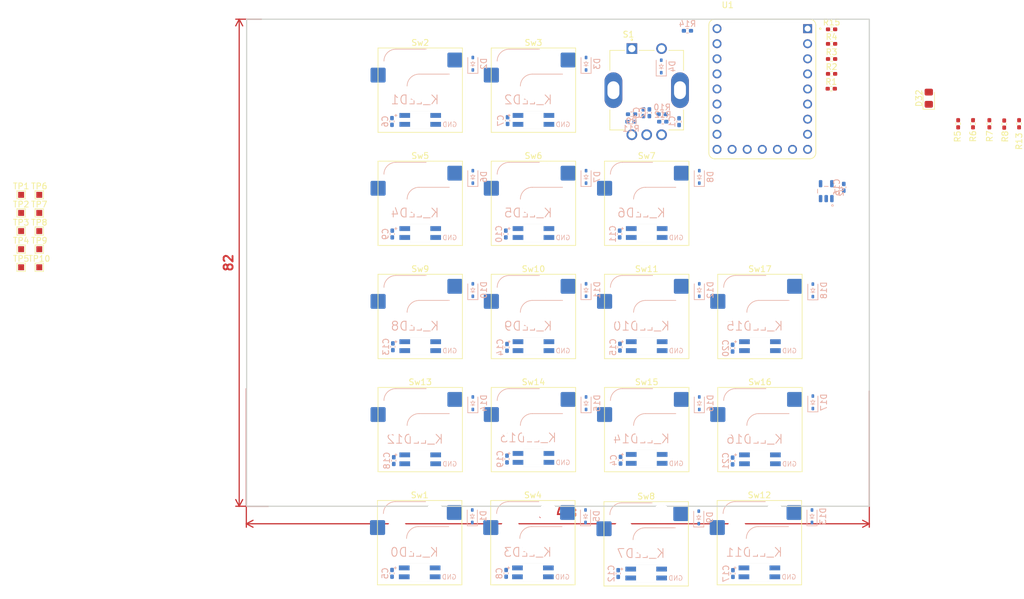
<source format=kicad_pcb>
(kicad_pcb (version 20241229) (generator "pcbnew") (generator_version "9.0")
  (layers (0 "F.Cu" signal) (2 "B.Cu" signal) (13 "F.Paste" user) (15 "B.Paste" user) (5 "F.SilkS" user "F.Silkscreen") (7 "B.SilkS" user "B.Silkscreen") (1 "F.Mask" user) (3 "B.Mask" user) (25 "Edge.Cuts" user))
  (net 0 "")
  (net 1 "GND")
  (net 2 "/ROW3")
  (net 3 "/ENC_B")
  (net 4 "/ENC_A")
  (net 5 "+5V")
  (net 6 "Net-(D1-A)")
  (net 7 "/ROW0")
  (net 8 "Net-(D2-A)")
  (net 9 "/ROW1")
  (net 10 "/ROW2")
  (net 11 "Net-(D3-A)")
  (net 12 "Net-(D13-A)")
  (net 13 "/COL3")
  (net 14 "Net-(D5-A)")
  (net 15 "Net-(D6-A)")
  (net 16 "Net-(D7-A)")
  (net 17 "Net-(D8-A)")
  (net 18 "Net-(D9-A)")
  (net 19 "Net-(D10-A)")
  (net 20 "Net-(D11-A)")
  (net 21 "Net-(D12-A)")
  (net 22 "/ENC_SW")
  (net 23 "Net-(D14-A)")
  (net 24 "Net-(D15-A)")
  (net 25 "Net-(D16-A)")
  (net 26 "/LED1_IN")
  (net 27 "/LED0_IN")
  (net 28 "/LED2_IN")
  (net 29 "/LED_3IN")
  (net 30 "/LED4_IN")
  (net 31 "/LED5_IN")
  (net 32 "/LED6_IN")
  (net 33 "/LED7_IN")
  (net 34 "/LED8_IN")
  (net 35 "/LED9_IN")
  (net 36 "/LED10_IN")
  (net 37 "/LED11_IN")
  (net 38 "/LED12_IN")
  (net 39 "/LED13_IN")
  (net 40 "/LED14_IN")
  (net 41 "Net-(D32-A)")
  (net 42 "Net-(U1-GP3)")
  (net 43 "/COL0")
  (net 44 "Net-(U1-GP2)")
  (net 45 "/COL1")
  (net 46 "/COL2")
  (net 47 "Net-(U1-GP1)")
  (net 48 "Net-(U1-GP0)")
  (net 49 "Net-(U1-GP10)")
  (net 50 "Net-(U1-GP11)")
  (net 51 "Net-(U1-GP12)")
  (net 52 "Net-(U1-GP13)")
  (net 53 "Net-(S1-CHANNEL_A)")
  (net 54 "Net-(S1-CHANNEL_B)")
  (net 55 "Net-(U1-GP14)")
  (net 56 "/LED_BUFF")
  (net 62 "+3V3")
  (net 64 "Net-(D17-A)")
  (net 67 "Net-(D18-A)")
  (net 68 "Net-(U1-GP4)")
  (net 69 "/COL4")
  (net 70 "Net-(K_LED14-DOUT)")
  (footprint "Resistor_SMD:R_0402_1005Metric_Pad0.72x0.64mm_HandSolder" (layer "F.Cu") (at 221.445 81.655 -90)
    (property "Reference" "R6")
    (property "Value" "27")
  )
  (footprint "Numpad:XDCR_PEC12R-4120F-S0012" (layer "F.Cu") (at 166.55 76)
    (property "Reference" "S1")
    (property "Value" "PEC12R-4120F-S0012")
  )
  (footprint "TestPoint:TestPoint_Pad_1.0x1.0mm" (layer "F.Cu") (at 64.3625 102.77)
    (property "Reference" "TP9")
    (property "Value" "TestPoint")
  )
  (footprint "PCM_Switch_Keyboard_Hotswap_Kailh:SW_Hotswap_Kailh_MX" (layer "F.Cu") (at 166.55 133.15)
    (property "Reference" "Sw15")
    (property "Value" "~")
  )
  (footprint "PCM_Switch_Keyboard_Hotswap_Kailh:SW_Hotswap_Kailh_MX" (layer "F.Cu") (at 185.6 114.1)
    (property "Reference" "Sw17")
    (property "Value" "~")
  )
  (footprint "PCM_Switch_Keyboard_Hotswap_Kailh:SW_Hotswap_Kailh_MX" (layer "F.Cu") (at 147.5 95.05)
    (property "Reference" "Sw6")
    (property "Value" "~")
  )
  (footprint "PCM_Switch_Keyboard_Hotswap_Kailh:SW_Hotswap_Kailh_MX" (layer "F.Cu") (at 147.5 133.15)
    (property "Reference" "Sw14")
    (property "Value" "~")
  )
  (footprint "Numpad:MODULE_RP2040-ZERO" (layer "F.Cu") (at 186 75.8)
    (property "Reference" "U1")
    (property "Value" "RP2040-ZERO")
  )
  (footprint "PCM_Switch_Keyboard_Hotswap_Kailh:SW_Hotswap_Kailh_MX" (layer "F.Cu") (at 185.6 133.15)
    (property "Reference" "Sw16")
    (property "Value" "~")
  )
  (footprint "PCM_Switch_Keyboard_Hotswap_Kailh:SW_Hotswap_Kailh_MX" (layer "F.Cu") (at 128.45 114.1)
    (property "Reference" "Sw9")
    (property "Value" "~")
  )
  (footprint "Resistor_SMD:R_0402_1005Metric_Pad0.72x0.64mm_HandSolder" (layer "F.Cu") (at 226.695 81.71 -90)
    (property "Reference" "R8")
    (property "Value" "27")
  )
  (footprint "TestPoint:TestPoint_Pad_1.0x1.0mm" (layer "F.Cu") (at 64.3625 99.72)
    (property "Reference" "TP8")
    (property "Value" "TestPoint")
  )
  (footprint "PCM_Switch_Keyboard_Hotswap_Kailh:SW_Hotswap_Kailh_MX" (layer "F.Cu") (at 147.5 114.1)
    (property "Reference" "Sw10")
    (property "Value" "~")
  )
  (footprint "TestPoint:TestPoint_Pad_1.0x1.0mm" (layer "F.Cu") (at 61.3125 96.67)
    (property "Reference" "TP2")
    (property "Value" "TestPoint")
  )
  (footprint "PCM_Switch_Keyboard_Hotswap_Kailh:SW_Hotswap_Kailh_MX" (layer "F.Cu") (at 147.408 152.18)
    (property "Reference" "Sw4")
    (property "Value" "~")
  )
  (footprint "PCM_Switch_Keyboard_Hotswap_Kailh:SW_Hotswap_Kailh_MX" (layer "F.Cu") (at 128.45 76)
    (property "Reference" "Sw2")
    (property "Value" "~")
  )
  (footprint "PCM_Switch_Keyboard_Hotswap_Kailh:SW_Hotswap_Kailh_MX" (layer "F.Cu") (at 166.55 114.1)
    (property "Reference" "Sw11")
    (property "Value" "~")
  )
  (footprint "TestPoint:TestPoint_Pad_1.0x1.0mm" (layer "F.Cu") (at 61.3125 102.77)
    (property "Reference" "TP4")
    (property "Value" "TestPoint")
  )
  (footprint "TestPoint:TestPoint_Pad_1.0x1.0mm" (layer "F.Cu") (at 64.3625 96.67)
    (property "Reference" "TP7")
    (property "Value" "TestPoint")
  )
  (footprint "Resistor_SMD:R_0402_1005Metric_Pad0.72x0.64mm_HandSolder" (layer "F.Cu") (at 197.6525 73.25)
    (property "Reference" "R2")
    (property "Value" "27")
  )
  (footprint "TestPoint:TestPoint_Pad_1.0x1.0mm" (layer "F.Cu") (at 64.3625 93.62)
    (property "Reference" "TP6")
    (property "Value" "TestPoint")
  )
  (footprint "TestPoint:TestPoint_Pad_1.0x1.0mm" (layer "F.Cu") (at 61.3125 93.62)
    (property "Reference" "TP1")
    (property "Value" "TestPoint")
  )
  (footprint "PCM_Switch_Keyboard_Hotswap_Kailh:SW_Hotswap_Kailh_MX" (layer "F.Cu") (at 128.45 95.05)
    (property "Reference" "Sw5")
    (property "Value" "~")
  )
  (footprint "TestPoint:TestPoint_Pad_1.0x1.0mm" (layer "F.Cu") (at 64.3625 105.82)
    (property "Reference" "TP10")
    (property "Value" "TestPoint")
  )
  (footprint "PCM_Switch_Keyboard_Hotswap_Kailh:SW_Hotswap_Kailh_MX" (layer "F.Cu") (at 128.45 133.15)
    (property "Reference" "Sw13")
    (property "Value" "~")
  )
  (footprint "Resistor_SMD:R_0402_1005Metric_Pad0.72x0.64mm_HandSolder" (layer "F.Cu") (at 197.6525 65.75)
    (property "Reference" "R15")
    (property "Value" "27")
  )
  (footprint "Resistor_SMD:R_0402_1005Metric_Pad0.72x0.64mm_HandSolder" (layer "F.Cu") (at 197.6525 68.2)
    (property "Reference" "R4")
    (property "Value" "27")
  )
  (footprint "PCM_Switch_Keyboard_Hotswap_Kailh:SW_Hotswap_Kailh_MX" (layer "F.Cu") (at 166.55 95.05)
    (property "Reference" "Sw7")
    (property "Value" "~")
  )
  (footprint "LED_SMD:LED_0805_2012Metric_Pad1.15x1.40mm_HandSolder" (layer "F.Cu") (at 214.0025 77.35 90)
    (property "Reference" "D32")
    (property "Value" "LED")
  )
  (footprint "Resistor_SMD:R_0402_1005Metric_Pad0.72x0.64mm_HandSolder" (layer "F.Cu") (at 197.6525 70.75)
    (property "Reference" "R3")
    (property "Value" "27")
  )
  (footprint "PCM_Switch_Keyboard_Hotswap_Kailh:SW_Hotswap_Kailh_MX" (layer "F.Cu") (at 147.5 76)
    (property "Reference" "Sw3")
    (property "Value" "~")
  )
  (footprint "TestPoint:TestPoint_Pad_1.0x1.0mm" (layer "F.Cu") (at 61.3125 105.82)
    (property "Reference" "TP5")
    (property "Value" "TestPoint")
  )
  (footprint "PCM_Switch_Keyboard_Hotswap_Kailh:SW_Hotswap_Kailh_MX" (layer "F.Cu") (at 166.458 152.38)
    (property "Reference" "Sw8")
    (property "Value" "~")
  )
  (footprint "PCM_Switch_Keyboard_Hotswap_Kailh:SW_Hotswap_Kailh_MX" (layer "F.Cu") (at 128.358 152.18)
    (property "Reference" "Sw1")
    (property "Value" "~")
  )
  (footprint "Resistor_SMD:R_0402_1005Metric_Pad0.72x0.64mm_HandSolder" (layer "F.Cu") (at 218.945 81.655 -90)
    (property "Reference" "R5")
    (property "Value" "27")
  )
  (footprint "PCM_Switch_Keyboard_Hotswap_Kailh:SW_Hotswap_Kailh_MX" (layer "F.Cu") (at 185.508 152.18)
    (property "Reference" "Sw12")
    (property "Value" "~")
  )
  (footprint "Resistor_SMD:R_0402_1005Metric_Pad0.72x0.64mm_HandSolder" (layer "F.Cu") (at 197.5975 75.75)
    (property "Reference" "R1")
    (property "Value" "27")
  )
  (footprint "Resistor_SMD:R_0402_1005Metric_Pad0.72x0.64mm_HandSolder" (layer "F.Cu") (at 224.195 81.655 -90)
    (property "Reference" "R7")
    (property "Value" "27")
  )
  (footprint "TestPoint:TestPoint_Pad_1.0x1.0mm" (layer "F.Cu") (at 61.3125 99.72)
    (property "Reference" "TP3")
    (property "Value" "TestPoint")
  )
  (footprint "Resistor_SMD:R_0402_1005Metric_Pad0.72x0.64mm_HandSolder" (layer "F.Cu") (at 229.195 81.655 -90)
    (property "Reference" "R13")
    (property "Value" "27")
  )
  (footprint "Capacitor_SMD:C_0402_1005Metric_Pad0.74x0.62mm_HandSolder" (layer "B.Cu") (at 162 100.2175 -90)
    (property "Reference" "C11")
    (property "Value" "100nF")
  )
  (footprint "Numpad:D_SOD-323" (layer "B.Cu") (at 194.358 147.73 90)
    (property "Reference" "D13")
    (property "Value" "1N4148WS")
  )
  (footprint "Capacitor_SMD:C_0402_1005Metric_Pad0.74x0.62mm_HandSolder" (layer "B.Cu") (at 181 138.4325 -90)
    (property "Reference" "C21")
    (property "Value" "100nF")
  )
  (footprint "Numpad:D_SOD-323" (layer "B.Cu") (at 137.3 90.6 90)
    (property "Reference" "D6")
    (property "Value" "1N4148WS")
  )
  (footprint "Numpad:D_SOD-323" (layer "B.Cu") (at 137.208 147.73 90)
    (property "Reference" "D1")
    (property "Value" "1N4148WS")
  )
  (footprint "Numpad:D_SOD-323" (layer "B.Cu") (at 137.3 109.65 90)
    (property "Reference" "D10")
    (property "Value" "1N4148WS")
  )
  (footprint "Numpad:D_SOD-323" (layer "B.Cu") (at 137.3 128.7 90)
    (property "Reference" "D14")
    (property "Value" "1N4148WS")
  )
  (footprint "Numpad:D_SOD-323" (layer "B.Cu") (at 175.4 109.65 90)
    (property "Reference" "D12")
    (property "Value" "1N4148WS")
  )
  (footprint "Resistor_SMD:R_0402_1005Metric_Pad0.72x0.64mm_HandSolder" (layer "B.Cu") (at 163.9025 81.3)
    (property "Reference" "R11")
    (property "Value" "10K")
  )
  (footprint "Capacitor_SMD:C_0402_1005Metric_Pad0.74x0.62mm_HandSolder" (layer "B.Cu") (at 142.908 157.3475 -90)
    (property "Reference" "C8")
    (property "Value" "100nF")
  )
  (footprint "Numpad:LED_SK6812-E" (layer "B.Cu") (at 147.408 157.18 180)
    (property "Reference" "K_LED3")
    (property "Value" "SK6812-E")
    (fp_line (start 1.7 1.5) (end 1.7 -1.5) (stroke (width 0.01)) (layer "Edge.Cuts"))
    (fp_line (start 1.7 -1.5) (end -1.7 -1.5) (stroke (width 0.01)) (layer "Edge.Cuts"))
    (fp_line (start -1.7 1.5) (end 1.7 1.5) (stroke (width 0.01)) (layer "Edge.Cuts"))
    (fp_line (start -1.7 -1.5) (end -1.7 1.5) (stroke (width 0.01)) (layer "Edge.Cuts"))
  )
  (footprint "Numpad:D_SOD-323" (layer "B.Cu") (at 156.35 128.7 90)
    (property "Reference" "D15")
    (property "Value" "1N4148WS")
  )
  (footprint "Capacitor_SMD:C_0402_1005Metric_Pad0.74x0.62mm_HandSolder" (layer "B.Cu") (at 123.75 100.2175 -90)
    (property "Reference" "C9")
    (property "Value" "100nF")
  )
  (footprint "Numpad:LED_SK6812-E" (layer "B.Cu") (at 128.45 100.05 180)
    (property "Reference" "K_LED4")
    (property "Value" "SK6812-E")
    (fp_line (start 1.7 1.5) (end 1.7 -1.5) (stroke (width 0.01)) (layer "Edge.Cuts"))
    (fp_line (start 1.7 -1.5) (end -1.7 -1.5) (stroke (width 0.01)) (layer "Edge.Cuts"))
    (fp_line (start -1.7 1.5) (end 1.7 1.5) (stroke (width 0.01)) (layer "Edge.Cuts"))
    (fp_line (start -1.7 -1.5) (end -1.7 1.5) (stroke (width 0.01)) (layer "Edge.Cuts"))
  )
  (footprint "Capacitor_SMD:C_0402_1005Metric_Pad0.74x0.62mm_HandSolder" (layer "B.Cu") (at 162.05 119.2675 -90)
    (property "Reference" "C15")
    (property "Value" "100nF")
  )
  (footprint "Capacitor_SMD:C_0402_1005Metric_Pad0.74x0.62mm_HandSolder" (layer "B.Cu") (at 123.85 119.2 -90)
    (property "Reference" "C13")
    (property "Value" "100nF")
  )
  (footprint "Numpad:D_SOD-323" (layer "B.Cu") (at 194.5 109.7 90)
    (property "Reference" "D18")
    (property "Value" "1N4148WS")
  )
  (footprint "Capacitor_SMD:C_0402_1005Metric_Pad0.74x0.62mm_HandSolder" (layer "B.Cu") (at 172 81.3 -90)
    (property "Reference" "C1")
    (property "Value" "10nF")
  )
  (footprint "Numpad:D_SOD-323" (layer "B.Cu") (at 137.3 71.55 90)
    (property "Reference" "D2")
    (property "Value" "1N4148WS")
  )
  (footprint "Numpad:D_SOD-323" (layer "B.Cu") (at 156.35 109.65 90)
    (property "Reference" "D11")
    (property "Value" "1N4148WS")
  )
  (footprint "Resistor_SMD:R_0402_1005Metric_Pad0.72x0.64mm_HandSolder" (layer "B.Cu") (at 169.25 81.3 180)
    (property "Reference" "R12")
    (property "Value" "10K")
  )
  (footprint "Numpad:D_SOD-323" (layer "B.Cu") (at 175.4 90.6 90)
    (property "Reference" "D8")
    (property "Value" "1N4148WS")
  )
  (footprint "Capacitor_SMD:C_0402_1005Metric_Pad0.74x0.62mm_HandSolder" (layer "B.Cu") (at 167 79.8 -90)
    (property "Reference" "C2")
    (property "Value" "10nF")
  )
  (footprint "Numpad:LED_SK6812-E" (layer "B.Cu") (at 128.45 138.15 180)
    (property "Reference" "K_LED12")
    (property "Value" "SK6812-E")
    (fp_line (start 1.7 1.5) (end 1.7 -1.5) (stroke (width 0.01)) (layer "Edge.Cuts"))
    (fp_line (start 1.7 -1.5) (end -1.7 -1.5) (stroke (width 0.01)) (layer "Edge.Cuts"))
    (fp_line (start -1.7 1.5) (end 1.7 1.5) (stroke (width 0.01)) (layer "Edge.Cuts"))
    (fp_line (start -1.7 -1.5) (end -1.7 1.5) (stroke (width 0.01)) (layer "Edge.Cuts"))
  )
  (footprint "Numpad:D_SOD-323" (layer "B.Cu") (at 156.35 71.55 90)
    (property "Reference" "D3")
    (property "Value" "1N4148WS")
  )
  (footprint "Numpad:LED_SK6812-E" (layer "B.Cu") (at 166.55 100.05 180)
    (property "Reference" "K_LED6")
    (property "Value" "SK6812-E")
    (fp_line (start 1.7 1.5) (end 1.7 -1.5) (stroke (width 0.01)) (layer "Edge.Cuts"))
    (fp_line (start 1.7 -1.5) (end -1.7 -1.5) (stroke (width 0.01)) (layer "Edge.Cuts"))
    (fp_line (start -1.7 1.5) (end 1.7 1.5) (stroke (width 0.01)) (layer "Edge.Cuts"))
    (fp_line (start -1.7 -1.5) (end -1.7 1.5) (stroke (width 0.01)) (layer "Edge.Cuts"))
  )
  (footprint "Resistor_SMD:R_0402_1005Metric_Pad0.72x0.64mm_HandSolder" (layer "B.Cu") (at 169.1525 80.05 180)
    (property "Reference" "R10")
    (property "Value" "10K")
  )
  (footprint "Capacitor_SMD:C_0402_1005Metric_Pad0.74x0.62mm_HandSolder" (layer "B.Cu") (at 143.15 81.1175 -90)
    (property "Reference" "C7")
    (property "Value" "100nF")
  )
  (footprint "Capacitor_SMD:C_0402_1005Metric_Pad0.74x0.62mm_HandSolder" (layer "B.Cu") (at 166 79.8 -90)
    (property "Reference" "C3")
    (property "Value" "10nF")
  )
  (footprint "Capacitor_SMD:C_0402_1005Metric_Pad0.74x0.62mm_HandSolder" (layer "B.Cu") (at 162.15 138.3 -90)
    (property "Reference" "C4")
    (property "Value" "100nF")
  )
  (footprint "Numpad:LED_SK6812-E" (layer "B.Cu") (at 147.5 81 180)
    (property "Reference" "K_LED2")
    (property "Value" "SK6812-E")
    (fp_line (start 1.7 1.5) (end 1.7 -1.5) (stroke (width 0.01)) (layer "Edge.Cuts"))
    (fp_line (start 1.7 -1.5) (end -1.7 -1.5) (stroke (width 0.01)) (layer "Edge.Cuts"))
    (fp_line (start -1.7 1.5) (end 1.7 1.5) (stroke (width 0.01)) (layer "Edge.Cuts"))
    (fp_line (start -1.7 -1.5) (end -1.7 1.5) (stroke (width 0.01)) (layer "Edge.Cuts"))
  )
  (footprint "Numpad:LED_SK6812-E" (layer "B.Cu") (at 147.5 100.05 180)
    (property "Reference" "K_LED5")
    (property "Value" "SK6812-E")
    (fp_line (start 1.7 1.5) (end 1.7 -1.5) (stroke (width 0.01)) (layer "Edge.Cuts"))
    (fp_line (start 1.7 -1.5) (end -1.7 -1.5) (stroke (width 0.01)) (layer "Edge.Cuts"))
    (fp_line (start -1.7 1.5) (end 1.7 1.5) (stroke (width 0.01)) (layer "Edge.Cuts"))
    (fp_line (start -1.7 -1.5) (end -1.7 1.5) (stroke (width 0.01)) (layer "Edge.Cuts"))
  )
  (footprint "Capacitor_SMD:C_0402_1005Metric_Pad0.74x0.62mm_HandSolder" (layer "B.Cu") (at 181 119.4325 -90)
    (property "Reference" "C20")
    (property "Value" "100nF")
  )
  (footprint "Capacitor_SMD:C_0402_1005Metric_Pad0.74x0.62mm_HandSolder" (layer "B.Cu") (at 124 138.3675 -90)
    (property "Reference" "C18")
    (property "Value" "100nF")
  )
  (footprint "Numpad:LED_SK6812-E" (layer "B.Cu") (at 166.55 138.079199 180)
    (property "Reference" "K_LED14")
    (property "Value" "SK6812-E")
    (fp_line (start 1.7 1.5) (end 1.7 -1.5) (stroke (width 0.01)) (layer "Edge.Cuts"))
    (fp_line (start 1.7 -1.5) (end -1.7 -1.5) (stroke (width 0.01)) (layer "Edge.Cuts"))
    (fp_line (start -1.7 1.5) (end 1.7 1.5) (stroke (width 0.01)) (layer "Edge.Cuts"))
    (fp_line (start -1.7 -1.5) (end -1.7 1.5) (stroke (width 0.01)) (layer "Edge.Cuts"))
  )
  (footprint "Numpad:LED_SK6812-E" (layer "B.Cu") (at 166.55 119.1 180)
    (property "Reference" "K_LED10")
    (property "Value" "SK6812-E")
    (fp_line (start 1.7 1.5) (end 1.7 -1.5) (stroke (width 0.01)) (layer "Edge.Cuts"))
    (fp_line (start 1.7 -1.5) (end -1.7 -1.5) (stroke (width 0.01)) (layer "Edge.Cuts"))
    (fp_line (start -1.7 1.5) (end 1.7 1.5) (stroke (width 0.01)) (layer "Edge.Cuts"))
    (fp_line (start -1.7 -1.5) (end -1.7 1.5) (stroke (width 0.01)) (layer "Edge.Cuts"))
  )
  (footprint "Capacitor_SMD:C_0402_1005Metric_Pad0.74x0.62mm_HandSolder" (layer "B.Cu") (at 143.05 138.1 -90)
    (property "Reference" "C19")
    (property "Value" "100nF")
  )
  (footprint "Capacitor_SMD:C_0402_1005Metric_Pad0.74x0.62mm_HandSolder" (layer "B.Cu") (at 123.708 157.3475 -90)
    (property "Reference" "C5")
    (property "Value" "100nF")
  )
  (footprint "Numpad:LED_SK6812-E" (layer "B.Cu") (at 128.358 157.18 180)
    (property "Reference" "K_LED0")
    (property "Value" "SK6812-E")
    (fp_line (start 1.7 1.5) (end 1.7 -1.5) (stroke (width 0.01)) (layer "Edge.Cuts"))
    (fp_line (start 1.7 -1.5) (end -1.7 -1.5) (stroke (width 0.01)) (layer "Edge.Cuts"))
    (fp_line (start -1.7 1.5) (end 1.7 1.5) (stroke (width 0.01)) (layer "Edge.Cuts"))
    (fp_line (start -1.7 -1.5) (end -1.7 1.5) (stroke (width 0.01)) (layer "Edge.Cuts"))
  )
  (footprint "Numpad:LED_SK6812-E" (layer "B.Cu") (at 185.508 157.18 180)
    (property "Reference" "K_LED11")
    (property "Value" "SK6812-E")
    (fp_line (start 1.7 1.5) (end 1.7 -1.5) (stroke (width 0.01)) (layer "Edge.Cuts"))
    (fp_line (start 1.7 -1.5) (end -1.7 -1.5) (stroke (width 0.01)) (layer "Edge.Cuts"))
    (fp_line (start -1.7 1.5) (end 1.7 1.5) (stroke (width 0.01)) (layer "Edge.Cuts"))
    (fp_line (start -1.7 -1.5) (end -1.7 1.5) (stroke (width 0.01)) (layer "Edge.Cuts"))
  )
  (footprint "Capacitor_SMD:C_0402_1005Metric_Pad0.74x0.62mm_HandSolder" (layer "B.Cu") (at 181.058 157.38 -90)
    (property "Reference" "C17")
    (property "Value" "100nF")
  )
  (footprint "Resistor_SMD:R_0402_1005Metric_Pad0.72x0.64mm_HandSolder" (layer "B.Cu") (at 173.4025 66 180)
    (property "Reference" "R14")
    (property "Value" "1k")
  )
  (footprint "Capacitor_SMD:C_0402_1005Metric_Pad0.74x0.62mm_HandSolder" (layer "B.Cu") (at 143.05 119.3 -90)
    (property "Reference" "C14")
    (property "Value" "100nF")
  )
  (footprint "Numpad:LED_SK6812-E" (layer "B.Cu") (at 185.6 138.15 180)
    (property "Reference" "K_LED16")
    (property "Value" "SK6812-E")
    (fp_line (start 1.7 1.5) (end 1.7 -1.5) (stroke (width 0.01)) (layer "Edge.Cuts"))
    (fp_line (start 1.7 -1.5) (end -1.7 -1.5) (stroke (width 0.01)) (layer "Edge.Cuts"))
    (fp_line (start -1.7 1.5) (end 1.7 1.5) (stroke (width 0.01)) (layer "Edge.Cuts"))
    (fp_line (start -1.7 -1.5) (end -1.7 1.5) (stroke (width 0.01)) (layer "Edge.Cuts"))
  )
  (footprint "Resistor_SMD:R_0402_1005Metric_Pad0.72x0.64mm_HandSolder" (layer "B.Cu") (at 164 80.05)
    (property "Reference" "R9")
    (property "Value" "10K")
  )
  (footprint "Numpad:D_SOD-323" (layer "B.Cu") (at 169 72 90)
    (property "Reference" "D4")
    (property "Value" "1N4148WS")
  )
  (footprint "Numpad:LED_SK6812-E" (layer "B.Cu") (at 128.45 81 180)
    (property "Reference" "K_LED1")
    (property "Value" "SK6812-E")
    (fp_line (start 1.7 1.5) (end 1.7 -1.5) (stroke (width 0.01)) (layer "Edge.Cuts"))
    (fp_line (start 1.7 -1.5) (end -1.7 -1.5) (stroke (width 0.01)) (layer "Edge.Cuts"))
    (fp_line (start -1.7 1.5) (end 1.7 1.5) (stroke (width 0.01)) (layer "Edge.Cuts"))
    (fp_line (start -1.7 -1.5) (end -1.7 1.5) (stroke (width 0.01)) (layer "Edge.Cuts"))
  )
  (footprint "Numpad:D_SOD-323" (layer "B.Cu") (at 156.35 90.6 90)
    (property "Reference" "D7")
    (property "Value" "1N4148WS")
  )
  (footprint "Numpad:SOT95P280X145-5N" (layer "B.Cu") (at 196.75 93 90)
    (property "Reference" "U2")
    (property "Value" "SN74LV1T34DBVR")
  )
  (footprint "Capacitor_SMD:C_0402_1005Metric_Pad0.74x0.62mm_HandSolder" (layer "B.Cu") (at 123.7 81.2675 -90)
    (property "Reference" "C6")
    (property "Value" "100nF")
  )
  (footprint "Numpad:D_SOD-323" (layer "B.Cu") (at 194.5 128.55 90)
    (property "Reference" "D17")
    (property "Value" "1N4148WS")
  )
  (footprint "Numpad:D_SOD-323" (layer "B.Cu") (at 156.258 147.73 90)
    (property "Reference" "D5")
    (property "Value" "1N4148WS")
  )
  (footprint "Numpad:LED_SK6812-E" (layer "B.Cu") (at 147.5 137.910757 180)
    (property "Reference" "K_LED13")
    (property "Value" "SK6812-E")
    (fp_line (start 1.7 1.5) (end 1.7 -1.5) (stroke (width 0.01)) (layer "Edge.Cuts"))
    (fp_line (start 1.7 -1.5) (end -1.7 -1.5) (stroke (width 0.01)) (layer "Edge.Cuts"))
    (fp_line (start -1.7 1.5) (end 1.7 1.5) (stroke (width 0.01)) (layer "Edge.Cuts"))
    (fp_line (start -1.7 -1.5) (end -1.7 1.5) (stroke (width 0.01)) (layer "Edge.Cuts"))
  )
  (footprint "Capacitor_SMD:C_0402_1005Metric_Pad0.74x0.62mm_HandSolder" (layer "B.Cu") (at 142.85 100.2175 -90)
    (property "Reference" "C10")
    (property "Value" "100nF")
  )
  (footprint "Numpad:LED_SK6812-E" (layer "B.Cu") (at 185.6 119.1 180)
    (property "Reference" "K_LED15")
    (property "Value" "SK6812-E")
    (fp_line (start 1.7 1.5) (end 1.7 -1.5) (stroke (width 0.01)) (layer "Edge.Cuts"))
    (fp_line (start 1.7 -1.5) (end -1.7 -1.5) (stroke (width 0.01)) (layer "Edge.Cuts"))
    (fp_line (start -1.7 1.5) (end 1.7 1.5) (stroke (width 0.01)) (layer "Edge.Cuts"))
    (fp_line (start -1.7 -1.5) (end -1.7 1.5) (stroke (width 0.01)) (layer "Edge.Cuts"))
  )
  (footprint "Capacitor_SMD:C_0402_1005Metric_Pad0.74x0.62mm_HandSolder" (layer "B.Cu") (at 161.758 157.38 -90)
    (property "Reference" "C12")
    (property "Value" "100nF")
  )
  (footprint "Numpad:D_SOD-323" (layer "B.Cu") (at 175.308 147.93 90)
    (property "Reference" "D9")
    (property "Value" "1N4148WS")
  )
  (footprint "Numpad:LED_SK6812-E" (layer "B.Cu") (at 147.5 119.1 180)
    (property "Reference" "K_LED9")
    (property "Value" "SK6812-E")
    (fp_line (start 1.7 1.5) (end 1.7 -1.5) (stroke (width 0.01)) (layer "Edge.Cuts"))
    (fp_line (start 1.7 -1.5) (end -1.7 -1.5) (stroke (width 0.01)) (layer "Edge.Cuts"))
    (fp_line (start -1.7 1.5) (end 1.7 1.5) (stroke (width 0.01)) (layer "Edge.Cuts"))
    (fp_line (start -1.7 -1.5) (end -1.7 1.5) (stroke (width 0.01)) (layer "Edge.Cuts"))
  )
  (footprint "Numpad:LED_SK6812-E" (layer "B.Cu") (at 128.45 119.1 180)
    (property "Reference" "K_LED8")
    (property "Value" "SK6812-E")
    (fp_line (start 1.7 1.5) (end 1.7 -1.5) (stroke (width 0.01)) (layer "Edge.Cuts"))
    (fp_line (start 1.7 -1.5) (end -1.7 -1.5) (stroke (width 0.01)) (layer "Edge.Cuts"))
    (fp_line (start -1.7 1.5) (end 1.7 1.5) (stroke (width 0.01)) (layer "Edge.Cuts"))
    (fp_line (start -1.7 -1.5) (end -1.7 1.5) (stroke (width 0.01)) (layer "Edge.Cuts"))
  )
  (footprint "Numpad:D_SOD-323" (layer "B.Cu") (at 175.4 128.7 90)
    (property "Reference" "D16")
    (property "Value" "1N4148WS")
  )
  (footprint "Numpad:LED_SK6812-E" (layer "B.Cu") (at 166.458 157.38 180)
    (property "Reference" "K_LED7")
    (property "Value" "SK6812-E")
    (fp_line (start 1.7 1.5) (end 1.7 -1.5) (stroke (width 0.01)) (layer "Edge.Cuts"))
    (fp_line (start 1.7 -1.5) (end -1.7 -1.5) (stroke (width 0.01)) (layer "Edge.Cuts"))
    (fp_line (start -1.7 1.5) (end 1.7 1.5) (stroke (width 0.01)) (layer "Edge.Cuts"))
    (fp_line (start -1.7 -1.5) (end -1.7 1.5) (stroke (width 0.01)) (layer "Edge.Cuts"))
  )
  (footprint "Capacitor_SMD:C_0402_1005Metric_Pad0.74x0.62mm_HandSolder" (layer "B.Cu") (at 199.7 92.35 -90)
    (property "Reference" "C16")
    (property "Value" "100nF")
  )
  (gr_rect (start 99.25 64.05) (end 204 146.05) (stroke (width 0.2)) (fill no) (layer "Edge.Cuts"))
  (dimension (type orthogonal) (layer "F.Cu") (pts (xy 99.2 125.75) (xy 204 126.15)) (height 23.25) (orientation 0) (format (prefix "") (suffix "") (units 3) (units_format 0) (precision 4) (suppress_zeroes yes)) (style (thickness 0.2) (arrow_length 1.27) (text_position_mode 0) (arrow_direction outward) (extension_height 0.58642) (extension_offset 0.5) (keep_text_aligned yes)) (gr_text "104.8" (at 151.6 147.2 0) (layer "F.Cu") (effects (font (size 1.5 1.5) (thickness 0.3)))))
  (dimension (type orthogonal) (layer "F.Cu") (pts (xy 102.25 64.05) (xy 103.4 146.05)) (height -4.25) (orientation 1) (format (prefix "") (suffix "") (units 3) (units_format 0) (precision 4) (suppress_zeroes yes)) (style (thickness 0.2) (arrow_length 1.27) (text_position_mode 0) (arrow_direction outward) (extension_height 0.58642) (extension_offset 0.5) (keep_text_aligned yes)) (gr_text "82" (at 96.2 105.05 90) (layer "F.Cu") (effects (font (size 1.5 1.5) (thickness 0.3)))))
  (segment (start 219.1425 80.86) (end 218.945 81.0575) (width 0.2) (layer "F.Cu") (net 49))
  (segment (start 221.6825 80.82) (end 221.445 81.0575) (width 0.2) (layer "F.Cu") (net 50))
  (segment (start 224.2225 81.03) (end 224.195 81.0575) (width 0.2) (layer "F.Cu") (net 51))
  (segment (start 226.7625 81.045) (end 226.695 81.1125) (width 0.2) (layer "F.Cu") (net 52))
  (segment (start 229.3025 80.95) (end 229.195 81.0575) (width 0.2) (layer "F.Cu") (net 55))
)
</source>
